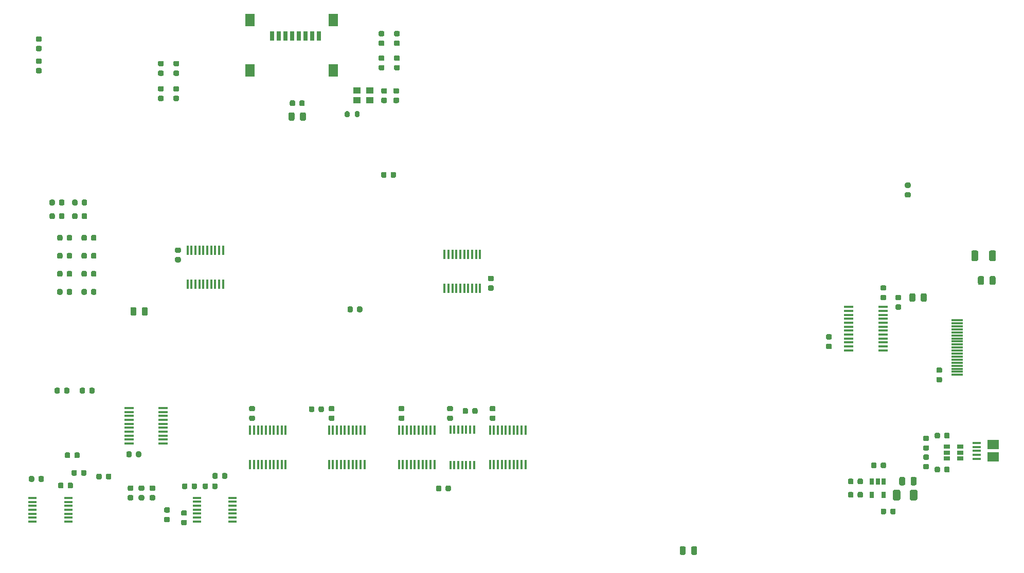
<source format=gbr>
G04 #@! TF.GenerationSoftware,KiCad,Pcbnew,5.1.9+dfsg1-1~bpo10+1*
G04 #@! TF.CreationDate,2023-03-18T11:52:40+01:00*
G04 #@! TF.ProjectId,nubus-to-ztex,6e756275-732d-4746-9f2d-7a7465782e6b,rev?*
G04 #@! TF.SameCoordinates,Original*
G04 #@! TF.FileFunction,Paste,Top*
G04 #@! TF.FilePolarity,Positive*
%FSLAX46Y46*%
G04 Gerber Fmt 4.6, Leading zero omitted, Abs format (unit mm)*
G04 Created by KiCad (PCBNEW 5.1.9+dfsg1-1~bpo10+1) date 2023-03-18 11:52:40*
%MOMM*%
%LPD*%
G01*
G04 APERTURE LIST*
%ADD10R,1.300000X1.100000*%
%ADD11R,1.550000X0.450000*%
%ADD12R,0.450000X1.550000*%
%ADD13R,0.800000X1.500000*%
%ADD14R,1.500000X2.050000*%
%ADD15R,0.450000X1.450000*%
%ADD16R,1.450000X0.450000*%
%ADD17R,1.570000X0.410000*%
%ADD18R,1.900000X1.500000*%
%ADD19R,1.350000X0.400000*%
%ADD20R,0.650000X1.060000*%
%ADD21R,1.060000X0.650000*%
%ADD22R,1.900000X0.300000*%
G04 APERTURE END LIST*
D10*
X169310000Y-21325000D03*
X167210000Y-21325000D03*
X167210000Y-19675000D03*
X169310000Y-19675000D03*
G36*
G01*
X118130000Y-38414584D02*
X118130000Y-37902084D01*
G75*
G02*
X118348750Y-37683334I218750J0D01*
G01*
X118786250Y-37683334D01*
G75*
G02*
X119005000Y-37902084I0J-218750D01*
G01*
X119005000Y-38414584D01*
G75*
G02*
X118786250Y-38633334I-218750J0D01*
G01*
X118348750Y-38633334D01*
G75*
G02*
X118130000Y-38414584I0J218750D01*
G01*
G37*
G36*
G01*
X116555000Y-38414584D02*
X116555000Y-37902084D01*
G75*
G02*
X116773750Y-37683334I218750J0D01*
G01*
X117211250Y-37683334D01*
G75*
G02*
X117430000Y-37902084I0J-218750D01*
G01*
X117430000Y-38414584D01*
G75*
G02*
X117211250Y-38633334I-218750J0D01*
G01*
X116773750Y-38633334D01*
G75*
G02*
X116555000Y-38414584I0J218750D01*
G01*
G37*
G36*
G01*
X118130000Y-40666250D02*
X118130000Y-40153750D01*
G75*
G02*
X118348750Y-39935000I218750J0D01*
G01*
X118786250Y-39935000D01*
G75*
G02*
X119005000Y-40153750I0J-218750D01*
G01*
X119005000Y-40666250D01*
G75*
G02*
X118786250Y-40885000I-218750J0D01*
G01*
X118348750Y-40885000D01*
G75*
G02*
X118130000Y-40666250I0J218750D01*
G01*
G37*
G36*
G01*
X116555000Y-40666250D02*
X116555000Y-40153750D01*
G75*
G02*
X116773750Y-39935000I218750J0D01*
G01*
X117211250Y-39935000D01*
G75*
G02*
X117430000Y-40153750I0J-218750D01*
G01*
X117430000Y-40666250D01*
G75*
G02*
X117211250Y-40885000I-218750J0D01*
G01*
X116773750Y-40885000D01*
G75*
G02*
X116555000Y-40666250I0J218750D01*
G01*
G37*
G36*
G01*
X122702634Y-43720792D02*
X122702634Y-44233292D01*
G75*
G02*
X122483884Y-44452042I-218750J0D01*
G01*
X122046384Y-44452042D01*
G75*
G02*
X121827634Y-44233292I0J218750D01*
G01*
X121827634Y-43720792D01*
G75*
G02*
X122046384Y-43502042I218750J0D01*
G01*
X122483884Y-43502042D01*
G75*
G02*
X122702634Y-43720792I0J-218750D01*
G01*
G37*
G36*
G01*
X124277634Y-43720792D02*
X124277634Y-44233292D01*
G75*
G02*
X124058884Y-44452042I-218750J0D01*
G01*
X123621384Y-44452042D01*
G75*
G02*
X123402634Y-44233292I0J218750D01*
G01*
X123402634Y-43720792D01*
G75*
G02*
X123621384Y-43502042I218750J0D01*
G01*
X124058884Y-43502042D01*
G75*
G02*
X124277634Y-43720792I0J-218750D01*
G01*
G37*
G36*
G01*
X122702634Y-46687458D02*
X122702634Y-47199958D01*
G75*
G02*
X122483884Y-47418708I-218750J0D01*
G01*
X122046384Y-47418708D01*
G75*
G02*
X121827634Y-47199958I0J218750D01*
G01*
X121827634Y-46687458D01*
G75*
G02*
X122046384Y-46468708I218750J0D01*
G01*
X122483884Y-46468708D01*
G75*
G02*
X122702634Y-46687458I0J-218750D01*
G01*
G37*
G36*
G01*
X124277634Y-46687458D02*
X124277634Y-47199958D01*
G75*
G02*
X124058884Y-47418708I-218750J0D01*
G01*
X123621384Y-47418708D01*
G75*
G02*
X123402634Y-47199958I0J218750D01*
G01*
X123402634Y-46687458D01*
G75*
G02*
X123621384Y-46468708I218750J0D01*
G01*
X124058884Y-46468708D01*
G75*
G02*
X124277634Y-46687458I0J-218750D01*
G01*
G37*
G36*
G01*
X122702634Y-49654124D02*
X122702634Y-50166624D01*
G75*
G02*
X122483884Y-50385374I-218750J0D01*
G01*
X122046384Y-50385374D01*
G75*
G02*
X121827634Y-50166624I0J218750D01*
G01*
X121827634Y-49654124D01*
G75*
G02*
X122046384Y-49435374I218750J0D01*
G01*
X122483884Y-49435374D01*
G75*
G02*
X122702634Y-49654124I0J-218750D01*
G01*
G37*
G36*
G01*
X124277634Y-49654124D02*
X124277634Y-50166624D01*
G75*
G02*
X124058884Y-50385374I-218750J0D01*
G01*
X123621384Y-50385374D01*
G75*
G02*
X123402634Y-50166624I0J218750D01*
G01*
X123402634Y-49654124D01*
G75*
G02*
X123621384Y-49435374I218750J0D01*
G01*
X124058884Y-49435374D01*
G75*
G02*
X124277634Y-49654124I0J-218750D01*
G01*
G37*
G36*
G01*
X122702634Y-52620792D02*
X122702634Y-53133292D01*
G75*
G02*
X122483884Y-53352042I-218750J0D01*
G01*
X122046384Y-53352042D01*
G75*
G02*
X121827634Y-53133292I0J218750D01*
G01*
X121827634Y-52620792D01*
G75*
G02*
X122046384Y-52402042I218750J0D01*
G01*
X122483884Y-52402042D01*
G75*
G02*
X122702634Y-52620792I0J-218750D01*
G01*
G37*
G36*
G01*
X124277634Y-52620792D02*
X124277634Y-53133292D01*
G75*
G02*
X124058884Y-53352042I-218750J0D01*
G01*
X123621384Y-53352042D01*
G75*
G02*
X123402634Y-53133292I0J218750D01*
G01*
X123402634Y-52620792D01*
G75*
G02*
X123621384Y-52402042I218750J0D01*
G01*
X124058884Y-52402042D01*
G75*
G02*
X124277634Y-52620792I0J-218750D01*
G01*
G37*
G36*
G01*
X170947939Y-11481035D02*
X171460439Y-11481035D01*
G75*
G02*
X171679189Y-11699785I0J-218750D01*
G01*
X171679189Y-12137285D01*
G75*
G02*
X171460439Y-12356035I-218750J0D01*
G01*
X170947939Y-12356035D01*
G75*
G02*
X170729189Y-12137285I0J218750D01*
G01*
X170729189Y-11699785D01*
G75*
G02*
X170947939Y-11481035I218750J0D01*
G01*
G37*
G36*
G01*
X170947939Y-9906035D02*
X171460439Y-9906035D01*
G75*
G02*
X171679189Y-10124785I0J-218750D01*
G01*
X171679189Y-10562285D01*
G75*
G02*
X171460439Y-10781035I-218750J0D01*
G01*
X170947939Y-10781035D01*
G75*
G02*
X170729189Y-10562285I0J218750D01*
G01*
X170729189Y-10124785D01*
G75*
G02*
X170947939Y-9906035I218750J0D01*
G01*
G37*
G36*
G01*
X173487939Y-11481035D02*
X174000439Y-11481035D01*
G75*
G02*
X174219189Y-11699785I0J-218750D01*
G01*
X174219189Y-12137285D01*
G75*
G02*
X174000439Y-12356035I-218750J0D01*
G01*
X173487939Y-12356035D01*
G75*
G02*
X173269189Y-12137285I0J218750D01*
G01*
X173269189Y-11699785D01*
G75*
G02*
X173487939Y-11481035I218750J0D01*
G01*
G37*
G36*
G01*
X173487939Y-9906035D02*
X174000439Y-9906035D01*
G75*
G02*
X174219189Y-10124785I0J-218750D01*
G01*
X174219189Y-10562285D01*
G75*
G02*
X174000439Y-10781035I-218750J0D01*
G01*
X173487939Y-10781035D01*
G75*
G02*
X173269189Y-10562285I0J218750D01*
G01*
X173269189Y-10124785D01*
G75*
G02*
X173487939Y-9906035I218750J0D01*
G01*
G37*
G36*
G01*
X122410000Y-68893750D02*
X122410000Y-69406250D01*
G75*
G02*
X122191250Y-69625000I-218750J0D01*
G01*
X121753750Y-69625000D01*
G75*
G02*
X121535000Y-69406250I0J218750D01*
G01*
X121535000Y-68893750D01*
G75*
G02*
X121753750Y-68675000I218750J0D01*
G01*
X122191250Y-68675000D01*
G75*
G02*
X122410000Y-68893750I0J-218750D01*
G01*
G37*
G36*
G01*
X123985000Y-68893750D02*
X123985000Y-69406250D01*
G75*
G02*
X123766250Y-69625000I-218750J0D01*
G01*
X123328750Y-69625000D01*
G75*
G02*
X123110000Y-69406250I0J218750D01*
G01*
X123110000Y-68893750D01*
G75*
G02*
X123328750Y-68675000I218750J0D01*
G01*
X123766250Y-68675000D01*
G75*
G02*
X123985000Y-68893750I0J-218750D01*
G01*
G37*
G36*
G01*
X137666250Y-19860293D02*
X137153750Y-19860293D01*
G75*
G02*
X136935000Y-19641543I0J218750D01*
G01*
X136935000Y-19204043D01*
G75*
G02*
X137153750Y-18985293I218750J0D01*
G01*
X137666250Y-18985293D01*
G75*
G02*
X137885000Y-19204043I0J-218750D01*
G01*
X137885000Y-19641543D01*
G75*
G02*
X137666250Y-19860293I-218750J0D01*
G01*
G37*
G36*
G01*
X137666250Y-21435293D02*
X137153750Y-21435293D01*
G75*
G02*
X136935000Y-21216543I0J218750D01*
G01*
X136935000Y-20779043D01*
G75*
G02*
X137153750Y-20560293I218750J0D01*
G01*
X137666250Y-20560293D01*
G75*
G02*
X137885000Y-20779043I0J-218750D01*
G01*
X137885000Y-21216543D01*
G75*
G02*
X137666250Y-21435293I-218750J0D01*
G01*
G37*
G36*
G01*
X135136250Y-19860293D02*
X134623750Y-19860293D01*
G75*
G02*
X134405000Y-19641543I0J218750D01*
G01*
X134405000Y-19204043D01*
G75*
G02*
X134623750Y-18985293I218750J0D01*
G01*
X135136250Y-18985293D01*
G75*
G02*
X135355000Y-19204043I0J-218750D01*
G01*
X135355000Y-19641543D01*
G75*
G02*
X135136250Y-19860293I-218750J0D01*
G01*
G37*
G36*
G01*
X135136250Y-21435293D02*
X134623750Y-21435293D01*
G75*
G02*
X134405000Y-21216543I0J218750D01*
G01*
X134405000Y-20779043D01*
G75*
G02*
X134623750Y-20560293I218750J0D01*
G01*
X135136250Y-20560293D01*
G75*
G02*
X135355000Y-20779043I0J-218750D01*
G01*
X135355000Y-21216543D01*
G75*
G02*
X135136250Y-21435293I-218750J0D01*
G01*
G37*
G36*
G01*
X115056250Y-15300000D02*
X114543750Y-15300000D01*
G75*
G02*
X114325000Y-15081250I0J218750D01*
G01*
X114325000Y-14643750D01*
G75*
G02*
X114543750Y-14425000I218750J0D01*
G01*
X115056250Y-14425000D01*
G75*
G02*
X115275000Y-14643750I0J-218750D01*
G01*
X115275000Y-15081250D01*
G75*
G02*
X115056250Y-15300000I-218750J0D01*
G01*
G37*
G36*
G01*
X115056250Y-16875000D02*
X114543750Y-16875000D01*
G75*
G02*
X114325000Y-16656250I0J218750D01*
G01*
X114325000Y-16218750D01*
G75*
G02*
X114543750Y-16000000I218750J0D01*
G01*
X115056250Y-16000000D01*
G75*
G02*
X115275000Y-16218750I0J-218750D01*
G01*
X115275000Y-16656250D01*
G75*
G02*
X115056250Y-16875000I-218750J0D01*
G01*
G37*
G36*
G01*
X269437500Y-46304998D02*
X269437500Y-47555002D01*
G75*
G02*
X269187502Y-47805000I-249998J0D01*
G01*
X268562498Y-47805000D01*
G75*
G02*
X268312500Y-47555002I0J249998D01*
G01*
X268312500Y-46304998D01*
G75*
G02*
X268562498Y-46055000I249998J0D01*
G01*
X269187502Y-46055000D01*
G75*
G02*
X269437500Y-46304998I0J-249998D01*
G01*
G37*
G36*
G01*
X272362500Y-46304998D02*
X272362500Y-47555002D01*
G75*
G02*
X272112502Y-47805000I-249998J0D01*
G01*
X271487498Y-47805000D01*
G75*
G02*
X271237500Y-47555002I0J249998D01*
G01*
X271237500Y-46304998D01*
G75*
G02*
X271487498Y-46055000I249998J0D01*
G01*
X272112502Y-46055000D01*
G75*
G02*
X272362500Y-46304998I0J-249998D01*
G01*
G37*
G36*
G01*
X166810000Y-23875000D02*
X166810000Y-23325000D01*
G75*
G02*
X167010000Y-23125000I200000J0D01*
G01*
X167410000Y-23125000D01*
G75*
G02*
X167610000Y-23325000I0J-200000D01*
G01*
X167610000Y-23875000D01*
G75*
G02*
X167410000Y-24075000I-200000J0D01*
G01*
X167010000Y-24075000D01*
G75*
G02*
X166810000Y-23875000I0J200000D01*
G01*
G37*
G36*
G01*
X165160000Y-23875000D02*
X165160000Y-23325000D01*
G75*
G02*
X165360000Y-23125000I200000J0D01*
G01*
X165760000Y-23125000D01*
G75*
G02*
X165960000Y-23325000I0J-200000D01*
G01*
X165960000Y-23875000D01*
G75*
G02*
X165760000Y-24075000I-200000J0D01*
G01*
X165360000Y-24075000D01*
G75*
G02*
X165160000Y-23875000I0J200000D01*
G01*
G37*
G36*
G01*
X171885000Y-20225000D02*
X171385000Y-20225000D01*
G75*
G02*
X171160000Y-20000000I0J225000D01*
G01*
X171160000Y-19550000D01*
G75*
G02*
X171385000Y-19325000I225000J0D01*
G01*
X171885000Y-19325000D01*
G75*
G02*
X172110000Y-19550000I0J-225000D01*
G01*
X172110000Y-20000000D01*
G75*
G02*
X171885000Y-20225000I-225000J0D01*
G01*
G37*
G36*
G01*
X171885000Y-21775000D02*
X171385000Y-21775000D01*
G75*
G02*
X171160000Y-21550000I0J225000D01*
G01*
X171160000Y-21100000D01*
G75*
G02*
X171385000Y-20875000I225000J0D01*
G01*
X171885000Y-20875000D01*
G75*
G02*
X172110000Y-21100000I0J-225000D01*
G01*
X172110000Y-21550000D01*
G75*
G02*
X171885000Y-21775000I-225000J0D01*
G01*
G37*
G36*
G01*
X173885000Y-20225000D02*
X173385000Y-20225000D01*
G75*
G02*
X173160000Y-20000000I0J225000D01*
G01*
X173160000Y-19550000D01*
G75*
G02*
X173385000Y-19325000I225000J0D01*
G01*
X173885000Y-19325000D01*
G75*
G02*
X174110000Y-19550000I0J-225000D01*
G01*
X174110000Y-20000000D01*
G75*
G02*
X173885000Y-20225000I-225000J0D01*
G01*
G37*
G36*
G01*
X173885000Y-21775000D02*
X173385000Y-21775000D01*
G75*
G02*
X173160000Y-21550000I0J225000D01*
G01*
X173160000Y-21100000D01*
G75*
G02*
X173385000Y-20875000I225000J0D01*
G01*
X173885000Y-20875000D01*
G75*
G02*
X174110000Y-21100000I0J-225000D01*
G01*
X174110000Y-21550000D01*
G75*
G02*
X173885000Y-21775000I-225000J0D01*
G01*
G37*
G36*
G01*
X270400000Y-50525000D02*
X270400000Y-51475000D01*
G75*
G02*
X270150000Y-51725000I-250000J0D01*
G01*
X269650000Y-51725000D01*
G75*
G02*
X269400000Y-51475000I0J250000D01*
G01*
X269400000Y-50525000D01*
G75*
G02*
X269650000Y-50275000I250000J0D01*
G01*
X270150000Y-50275000D01*
G75*
G02*
X270400000Y-50525000I0J-250000D01*
G01*
G37*
G36*
G01*
X272300000Y-50525000D02*
X272300000Y-51475000D01*
G75*
G02*
X272050000Y-51725000I-250000J0D01*
G01*
X271550000Y-51725000D01*
G75*
G02*
X271300000Y-51475000I0J250000D01*
G01*
X271300000Y-50525000D01*
G75*
G02*
X271550000Y-50275000I250000J0D01*
G01*
X272050000Y-50275000D01*
G75*
G02*
X272300000Y-50525000I0J-250000D01*
G01*
G37*
G36*
G01*
X129215000Y-79896250D02*
X129215000Y-79383750D01*
G75*
G02*
X129433750Y-79165000I218750J0D01*
G01*
X129871250Y-79165000D01*
G75*
G02*
X130090000Y-79383750I0J-218750D01*
G01*
X130090000Y-79896250D01*
G75*
G02*
X129871250Y-80115000I-218750J0D01*
G01*
X129433750Y-80115000D01*
G75*
G02*
X129215000Y-79896250I0J218750D01*
G01*
G37*
G36*
G01*
X130790000Y-79896250D02*
X130790000Y-79383750D01*
G75*
G02*
X131008750Y-79165000I218750J0D01*
G01*
X131446250Y-79165000D01*
G75*
G02*
X131665000Y-79383750I0J-218750D01*
G01*
X131665000Y-79896250D01*
G75*
G02*
X131446250Y-80115000I-218750J0D01*
G01*
X131008750Y-80115000D01*
G75*
G02*
X130790000Y-79896250I0J218750D01*
G01*
G37*
D11*
X135250000Y-77865000D03*
X135250000Y-77215000D03*
X135250000Y-76565000D03*
X135250000Y-75915000D03*
X135250000Y-75265000D03*
X135250000Y-74615000D03*
X135250000Y-73965000D03*
X135250000Y-73315000D03*
X135250000Y-72665000D03*
X135250000Y-72015000D03*
X129650000Y-72015000D03*
X129650000Y-72665000D03*
X129650000Y-73315000D03*
X129650000Y-73965000D03*
X129650000Y-74615000D03*
X129650000Y-75265000D03*
X129650000Y-75915000D03*
X129650000Y-76565000D03*
X129650000Y-77215000D03*
X129650000Y-77865000D03*
G36*
G01*
X189467621Y-52687953D02*
X188955121Y-52687953D01*
G75*
G02*
X188736371Y-52469203I0J218750D01*
G01*
X188736371Y-52031703D01*
G75*
G02*
X188955121Y-51812953I218750J0D01*
G01*
X189467621Y-51812953D01*
G75*
G02*
X189686371Y-52031703I0J-218750D01*
G01*
X189686371Y-52469203D01*
G75*
G02*
X189467621Y-52687953I-218750J0D01*
G01*
G37*
G36*
G01*
X189467621Y-51112953D02*
X188955121Y-51112953D01*
G75*
G02*
X188736371Y-50894203I0J218750D01*
G01*
X188736371Y-50456703D01*
G75*
G02*
X188955121Y-50237953I218750J0D01*
G01*
X189467621Y-50237953D01*
G75*
G02*
X189686371Y-50456703I0J-218750D01*
G01*
X189686371Y-50894203D01*
G75*
G02*
X189467621Y-51112953I-218750J0D01*
G01*
G37*
D12*
X187436371Y-46662953D03*
X186786371Y-46662953D03*
X186136371Y-46662953D03*
X185486371Y-46662953D03*
X184836371Y-46662953D03*
X184186371Y-46662953D03*
X183536371Y-46662953D03*
X182886371Y-46662953D03*
X182236371Y-46662953D03*
X181586371Y-46662953D03*
X181586371Y-52262953D03*
X182236371Y-52262953D03*
X182886371Y-52262953D03*
X183536371Y-52262953D03*
X184186371Y-52262953D03*
X184836371Y-52262953D03*
X185486371Y-52262953D03*
X186136371Y-52262953D03*
X186786371Y-52262953D03*
X187436371Y-52262953D03*
G36*
G01*
X258106250Y-37327500D02*
X257593750Y-37327500D01*
G75*
G02*
X257375000Y-37108750I0J218750D01*
G01*
X257375000Y-36671250D01*
G75*
G02*
X257593750Y-36452500I218750J0D01*
G01*
X258106250Y-36452500D01*
G75*
G02*
X258325000Y-36671250I0J-218750D01*
G01*
X258325000Y-37108750D01*
G75*
G02*
X258106250Y-37327500I-218750J0D01*
G01*
G37*
G36*
G01*
X258106250Y-35752500D02*
X257593750Y-35752500D01*
G75*
G02*
X257375000Y-35533750I0J218750D01*
G01*
X257375000Y-35096250D01*
G75*
G02*
X257593750Y-34877500I218750J0D01*
G01*
X258106250Y-34877500D01*
G75*
G02*
X258325000Y-35096250I0J-218750D01*
G01*
X258325000Y-35533750D01*
G75*
G02*
X258106250Y-35752500I-218750J0D01*
G01*
G37*
G36*
G01*
X134623750Y-14835293D02*
X135136250Y-14835293D01*
G75*
G02*
X135355000Y-15054043I0J-218750D01*
G01*
X135355000Y-15491543D01*
G75*
G02*
X135136250Y-15710293I-218750J0D01*
G01*
X134623750Y-15710293D01*
G75*
G02*
X134405000Y-15491543I0J218750D01*
G01*
X134405000Y-15054043D01*
G75*
G02*
X134623750Y-14835293I218750J0D01*
G01*
G37*
G36*
G01*
X134623750Y-16410293D02*
X135136250Y-16410293D01*
G75*
G02*
X135355000Y-16629043I0J-218750D01*
G01*
X135355000Y-17066543D01*
G75*
G02*
X135136250Y-17285293I-218750J0D01*
G01*
X134623750Y-17285293D01*
G75*
G02*
X134405000Y-17066543I0J218750D01*
G01*
X134405000Y-16629043D01*
G75*
G02*
X134623750Y-16410293I218750J0D01*
G01*
G37*
G36*
G01*
X137163750Y-16410293D02*
X137676250Y-16410293D01*
G75*
G02*
X137895000Y-16629043I0J-218750D01*
G01*
X137895000Y-17066543D01*
G75*
G02*
X137676250Y-17285293I-218750J0D01*
G01*
X137163750Y-17285293D01*
G75*
G02*
X136945000Y-17066543I0J218750D01*
G01*
X136945000Y-16629043D01*
G75*
G02*
X137163750Y-16410293I218750J0D01*
G01*
G37*
G36*
G01*
X137163750Y-14835293D02*
X137676250Y-14835293D01*
G75*
G02*
X137895000Y-15054043I0J-218750D01*
G01*
X137895000Y-15491543D01*
G75*
G02*
X137676250Y-15710293I-218750J0D01*
G01*
X137163750Y-15710293D01*
G75*
G02*
X136945000Y-15491543I0J218750D01*
G01*
X136945000Y-15054043D01*
G75*
G02*
X137163750Y-14835293I218750J0D01*
G01*
G37*
G36*
G01*
X117385000Y-69406250D02*
X117385000Y-68893750D01*
G75*
G02*
X117603750Y-68675000I218750J0D01*
G01*
X118041250Y-68675000D01*
G75*
G02*
X118260000Y-68893750I0J-218750D01*
G01*
X118260000Y-69406250D01*
G75*
G02*
X118041250Y-69625000I-218750J0D01*
G01*
X117603750Y-69625000D01*
G75*
G02*
X117385000Y-69406250I0J218750D01*
G01*
G37*
G36*
G01*
X118960000Y-69406250D02*
X118960000Y-68893750D01*
G75*
G02*
X119178750Y-68675000I218750J0D01*
G01*
X119616250Y-68675000D01*
G75*
G02*
X119835000Y-68893750I0J-218750D01*
G01*
X119835000Y-69406250D01*
G75*
G02*
X119616250Y-69625000I-218750J0D01*
G01*
X119178750Y-69625000D01*
G75*
G02*
X118960000Y-69406250I0J218750D01*
G01*
G37*
G36*
G01*
X174000439Y-14811035D02*
X173487939Y-14811035D01*
G75*
G02*
X173269189Y-14592285I0J218750D01*
G01*
X173269189Y-14154785D01*
G75*
G02*
X173487939Y-13936035I218750J0D01*
G01*
X174000439Y-13936035D01*
G75*
G02*
X174219189Y-14154785I0J-218750D01*
G01*
X174219189Y-14592285D01*
G75*
G02*
X174000439Y-14811035I-218750J0D01*
G01*
G37*
G36*
G01*
X174000439Y-16386035D02*
X173487939Y-16386035D01*
G75*
G02*
X173269189Y-16167285I0J218750D01*
G01*
X173269189Y-15729785D01*
G75*
G02*
X173487939Y-15511035I218750J0D01*
G01*
X174000439Y-15511035D01*
G75*
G02*
X174219189Y-15729785I0J-218750D01*
G01*
X174219189Y-16167285D01*
G75*
G02*
X174000439Y-16386035I-218750J0D01*
G01*
G37*
G36*
G01*
X171460439Y-16386035D02*
X170947939Y-16386035D01*
G75*
G02*
X170729189Y-16167285I0J218750D01*
G01*
X170729189Y-15729785D01*
G75*
G02*
X170947939Y-15511035I218750J0D01*
G01*
X171460439Y-15511035D01*
G75*
G02*
X171679189Y-15729785I0J-218750D01*
G01*
X171679189Y-16167285D01*
G75*
G02*
X171460439Y-16386035I-218750J0D01*
G01*
G37*
G36*
G01*
X171460439Y-14811035D02*
X170947939Y-14811035D01*
G75*
G02*
X170729189Y-14592285I0J218750D01*
G01*
X170729189Y-14154785D01*
G75*
G02*
X170947939Y-13936035I218750J0D01*
G01*
X171460439Y-13936035D01*
G75*
G02*
X171679189Y-14154785I0J-218750D01*
G01*
X171679189Y-14592285D01*
G75*
G02*
X171460439Y-14811035I-218750J0D01*
G01*
G37*
X139275000Y-51600000D03*
X139925000Y-51600000D03*
X140575000Y-51600000D03*
X141225000Y-51600000D03*
X141875000Y-51600000D03*
X142525000Y-51600000D03*
X143175000Y-51600000D03*
X143825000Y-51600000D03*
X144475000Y-51600000D03*
X145125000Y-51600000D03*
X145125000Y-46000000D03*
X144475000Y-46000000D03*
X143825000Y-46000000D03*
X143175000Y-46000000D03*
X142525000Y-46000000D03*
X141875000Y-46000000D03*
X141225000Y-46000000D03*
X140575000Y-46000000D03*
X139925000Y-46000000D03*
X139275000Y-46000000D03*
G36*
G01*
X156115000Y-22056250D02*
X156115000Y-21543750D01*
G75*
G02*
X156333750Y-21325000I218750J0D01*
G01*
X156771250Y-21325000D01*
G75*
G02*
X156990000Y-21543750I0J-218750D01*
G01*
X156990000Y-22056250D01*
G75*
G02*
X156771250Y-22275000I-218750J0D01*
G01*
X156333750Y-22275000D01*
G75*
G02*
X156115000Y-22056250I0J218750D01*
G01*
G37*
G36*
G01*
X157690000Y-22056250D02*
X157690000Y-21543750D01*
G75*
G02*
X157908750Y-21325000I218750J0D01*
G01*
X158346250Y-21325000D01*
G75*
G02*
X158565000Y-21543750I0J-218750D01*
G01*
X158565000Y-22056250D01*
G75*
G02*
X158346250Y-22275000I-218750J0D01*
G01*
X157908750Y-22275000D01*
G75*
G02*
X157690000Y-22056250I0J218750D01*
G01*
G37*
G36*
G01*
X155915000Y-24456250D02*
X155915000Y-23543750D01*
G75*
G02*
X156158750Y-23300000I243750J0D01*
G01*
X156646250Y-23300000D01*
G75*
G02*
X156890000Y-23543750I0J-243750D01*
G01*
X156890000Y-24456250D01*
G75*
G02*
X156646250Y-24700000I-243750J0D01*
G01*
X156158750Y-24700000D01*
G75*
G02*
X155915000Y-24456250I0J243750D01*
G01*
G37*
G36*
G01*
X157790000Y-24456250D02*
X157790000Y-23543750D01*
G75*
G02*
X158033750Y-23300000I243750J0D01*
G01*
X158521250Y-23300000D01*
G75*
G02*
X158765000Y-23543750I0J-243750D01*
G01*
X158765000Y-24456250D01*
G75*
G02*
X158521250Y-24700000I-243750J0D01*
G01*
X158033750Y-24700000D01*
G75*
G02*
X157790000Y-24456250I0J243750D01*
G01*
G37*
D13*
X153230000Y-10680000D03*
X154330000Y-10680000D03*
X155430000Y-10680000D03*
X156530000Y-10680000D03*
X157630000Y-10680000D03*
X158730000Y-10680000D03*
X159830000Y-10680000D03*
X160930000Y-10680000D03*
D14*
X149555000Y-8080000D03*
X149555000Y-16380000D03*
X163305000Y-16380000D03*
X163305000Y-8080000D03*
G36*
G01*
X137443750Y-45575000D02*
X137956250Y-45575000D01*
G75*
G02*
X138175000Y-45793750I0J-218750D01*
G01*
X138175000Y-46231250D01*
G75*
G02*
X137956250Y-46450000I-218750J0D01*
G01*
X137443750Y-46450000D01*
G75*
G02*
X137225000Y-46231250I0J218750D01*
G01*
X137225000Y-45793750D01*
G75*
G02*
X137443750Y-45575000I218750J0D01*
G01*
G37*
G36*
G01*
X137443750Y-47150000D02*
X137956250Y-47150000D01*
G75*
G02*
X138175000Y-47368750I0J-218750D01*
G01*
X138175000Y-47806250D01*
G75*
G02*
X137956250Y-48025000I-218750J0D01*
G01*
X137443750Y-48025000D01*
G75*
G02*
X137225000Y-47806250I0J218750D01*
G01*
X137225000Y-47368750D01*
G75*
G02*
X137443750Y-47150000I218750J0D01*
G01*
G37*
G36*
G01*
X114050000Y-83443750D02*
X114050000Y-83956250D01*
G75*
G02*
X113831250Y-84175000I-218750J0D01*
G01*
X113393750Y-84175000D01*
G75*
G02*
X113175000Y-83956250I0J218750D01*
G01*
X113175000Y-83443750D01*
G75*
G02*
X113393750Y-83225000I218750J0D01*
G01*
X113831250Y-83225000D01*
G75*
G02*
X114050000Y-83443750I0J-218750D01*
G01*
G37*
G36*
G01*
X115625000Y-83443750D02*
X115625000Y-83956250D01*
G75*
G02*
X115406250Y-84175000I-218750J0D01*
G01*
X114968750Y-84175000D01*
G75*
G02*
X114750000Y-83956250I0J218750D01*
G01*
X114750000Y-83443750D01*
G75*
G02*
X114968750Y-83225000I218750J0D01*
G01*
X115406250Y-83225000D01*
G75*
G02*
X115625000Y-83443750I0J-218750D01*
G01*
G37*
G36*
G01*
X119075000Y-80056250D02*
X119075000Y-79543750D01*
G75*
G02*
X119293750Y-79325000I218750J0D01*
G01*
X119731250Y-79325000D01*
G75*
G02*
X119950000Y-79543750I0J-218750D01*
G01*
X119950000Y-80056250D01*
G75*
G02*
X119731250Y-80275000I-218750J0D01*
G01*
X119293750Y-80275000D01*
G75*
G02*
X119075000Y-80056250I0J218750D01*
G01*
G37*
G36*
G01*
X120650000Y-80056250D02*
X120650000Y-79543750D01*
G75*
G02*
X120868750Y-79325000I218750J0D01*
G01*
X121306250Y-79325000D01*
G75*
G02*
X121525000Y-79543750I0J-218750D01*
G01*
X121525000Y-80056250D01*
G75*
G02*
X121306250Y-80275000I-218750J0D01*
G01*
X120868750Y-80275000D01*
G75*
G02*
X120650000Y-80056250I0J218750D01*
G01*
G37*
G36*
G01*
X125150000Y-83043750D02*
X125150000Y-83556250D01*
G75*
G02*
X124931250Y-83775000I-218750J0D01*
G01*
X124493750Y-83775000D01*
G75*
G02*
X124275000Y-83556250I0J218750D01*
G01*
X124275000Y-83043750D01*
G75*
G02*
X124493750Y-82825000I218750J0D01*
G01*
X124931250Y-82825000D01*
G75*
G02*
X125150000Y-83043750I0J-218750D01*
G01*
G37*
G36*
G01*
X126725000Y-83043750D02*
X126725000Y-83556250D01*
G75*
G02*
X126506250Y-83775000I-218750J0D01*
G01*
X126068750Y-83775000D01*
G75*
G02*
X125850000Y-83556250I0J218750D01*
G01*
X125850000Y-83043750D01*
G75*
G02*
X126068750Y-82825000I218750J0D01*
G01*
X126506250Y-82825000D01*
G75*
G02*
X126725000Y-83043750I0J-218750D01*
G01*
G37*
G36*
G01*
X120175000Y-82956250D02*
X120175000Y-82443750D01*
G75*
G02*
X120393750Y-82225000I218750J0D01*
G01*
X120831250Y-82225000D01*
G75*
G02*
X121050000Y-82443750I0J-218750D01*
G01*
X121050000Y-82956250D01*
G75*
G02*
X120831250Y-83175000I-218750J0D01*
G01*
X120393750Y-83175000D01*
G75*
G02*
X120175000Y-82956250I0J218750D01*
G01*
G37*
G36*
G01*
X121750000Y-82956250D02*
X121750000Y-82443750D01*
G75*
G02*
X121968750Y-82225000I218750J0D01*
G01*
X122406250Y-82225000D01*
G75*
G02*
X122625000Y-82443750I0J-218750D01*
G01*
X122625000Y-82956250D01*
G75*
G02*
X122406250Y-83175000I-218750J0D01*
G01*
X121968750Y-83175000D01*
G75*
G02*
X121750000Y-82956250I0J218750D01*
G01*
G37*
G36*
G01*
X181762661Y-85511747D02*
X181762661Y-84999247D01*
G75*
G02*
X181981411Y-84780497I218750J0D01*
G01*
X182418911Y-84780497D01*
G75*
G02*
X182637661Y-84999247I0J-218750D01*
G01*
X182637661Y-85511747D01*
G75*
G02*
X182418911Y-85730497I-218750J0D01*
G01*
X181981411Y-85730497D01*
G75*
G02*
X181762661Y-85511747I0J218750D01*
G01*
G37*
G36*
G01*
X180187661Y-85511747D02*
X180187661Y-84999247D01*
G75*
G02*
X180406411Y-84780497I218750J0D01*
G01*
X180843911Y-84780497D01*
G75*
G02*
X181062661Y-84999247I0J-218750D01*
G01*
X181062661Y-85511747D01*
G75*
G02*
X180843911Y-85730497I-218750J0D01*
G01*
X180406411Y-85730497D01*
G75*
G02*
X180187661Y-85511747I0J218750D01*
G01*
G37*
G36*
G01*
X187025000Y-72243750D02*
X187025000Y-72756250D01*
G75*
G02*
X186806250Y-72975000I-218750J0D01*
G01*
X186368750Y-72975000D01*
G75*
G02*
X186150000Y-72756250I0J218750D01*
G01*
X186150000Y-72243750D01*
G75*
G02*
X186368750Y-72025000I218750J0D01*
G01*
X186806250Y-72025000D01*
G75*
G02*
X187025000Y-72243750I0J-218750D01*
G01*
G37*
G36*
G01*
X185450000Y-72243750D02*
X185450000Y-72756250D01*
G75*
G02*
X185231250Y-72975000I-218750J0D01*
G01*
X184793750Y-72975000D01*
G75*
G02*
X184575000Y-72756250I0J218750D01*
G01*
X184575000Y-72243750D01*
G75*
G02*
X184793750Y-72025000I218750J0D01*
G01*
X185231250Y-72025000D01*
G75*
G02*
X185450000Y-72243750I0J-218750D01*
G01*
G37*
G36*
G01*
X142650000Y-84643750D02*
X142650000Y-85156250D01*
G75*
G02*
X142431250Y-85375000I-218750J0D01*
G01*
X141993750Y-85375000D01*
G75*
G02*
X141775000Y-85156250I0J218750D01*
G01*
X141775000Y-84643750D01*
G75*
G02*
X141993750Y-84425000I218750J0D01*
G01*
X142431250Y-84425000D01*
G75*
G02*
X142650000Y-84643750I0J-218750D01*
G01*
G37*
G36*
G01*
X144225000Y-84643750D02*
X144225000Y-85156250D01*
G75*
G02*
X144006250Y-85375000I-218750J0D01*
G01*
X143568750Y-85375000D01*
G75*
G02*
X143350000Y-85156250I0J218750D01*
G01*
X143350000Y-84643750D01*
G75*
G02*
X143568750Y-84425000I218750J0D01*
G01*
X144006250Y-84425000D01*
G75*
G02*
X144225000Y-84643750I0J-218750D01*
G01*
G37*
G36*
G01*
X143375000Y-83456250D02*
X143375000Y-82943750D01*
G75*
G02*
X143593750Y-82725000I218750J0D01*
G01*
X144031250Y-82725000D01*
G75*
G02*
X144250000Y-82943750I0J-218750D01*
G01*
X144250000Y-83456250D01*
G75*
G02*
X144031250Y-83675000I-218750J0D01*
G01*
X143593750Y-83675000D01*
G75*
G02*
X143375000Y-83456250I0J218750D01*
G01*
G37*
G36*
G01*
X144950000Y-83456250D02*
X144950000Y-82943750D01*
G75*
G02*
X145168750Y-82725000I218750J0D01*
G01*
X145606250Y-82725000D01*
G75*
G02*
X145825000Y-82943750I0J-218750D01*
G01*
X145825000Y-83456250D01*
G75*
G02*
X145606250Y-83675000I-218750J0D01*
G01*
X145168750Y-83675000D01*
G75*
G02*
X144950000Y-83456250I0J218750D01*
G01*
G37*
G36*
G01*
X136156250Y-89250000D02*
X135643750Y-89250000D01*
G75*
G02*
X135425000Y-89031250I0J218750D01*
G01*
X135425000Y-88593750D01*
G75*
G02*
X135643750Y-88375000I218750J0D01*
G01*
X136156250Y-88375000D01*
G75*
G02*
X136375000Y-88593750I0J-218750D01*
G01*
X136375000Y-89031250D01*
G75*
G02*
X136156250Y-89250000I-218750J0D01*
G01*
G37*
G36*
G01*
X136156250Y-90825000D02*
X135643750Y-90825000D01*
G75*
G02*
X135425000Y-90606250I0J218750D01*
G01*
X135425000Y-90168750D01*
G75*
G02*
X135643750Y-89950000I218750J0D01*
G01*
X136156250Y-89950000D01*
G75*
G02*
X136375000Y-90168750I0J-218750D01*
G01*
X136375000Y-90606250D01*
G75*
G02*
X136156250Y-90825000I-218750J0D01*
G01*
G37*
G36*
G01*
X140825000Y-84643750D02*
X140825000Y-85156250D01*
G75*
G02*
X140606250Y-85375000I-218750J0D01*
G01*
X140168750Y-85375000D01*
G75*
G02*
X139950000Y-85156250I0J218750D01*
G01*
X139950000Y-84643750D01*
G75*
G02*
X140168750Y-84425000I218750J0D01*
G01*
X140606250Y-84425000D01*
G75*
G02*
X140825000Y-84643750I0J-218750D01*
G01*
G37*
G36*
G01*
X139250000Y-84643750D02*
X139250000Y-85156250D01*
G75*
G02*
X139031250Y-85375000I-218750J0D01*
G01*
X138593750Y-85375000D01*
G75*
G02*
X138375000Y-85156250I0J218750D01*
G01*
X138375000Y-84643750D01*
G75*
G02*
X138593750Y-84425000I218750J0D01*
G01*
X139031250Y-84425000D01*
G75*
G02*
X139250000Y-84643750I0J-218750D01*
G01*
G37*
G36*
G01*
X129875000Y-56556250D02*
X129875000Y-55643750D01*
G75*
G02*
X130118750Y-55400000I243750J0D01*
G01*
X130606250Y-55400000D01*
G75*
G02*
X130850000Y-55643750I0J-243750D01*
G01*
X130850000Y-56556250D01*
G75*
G02*
X130606250Y-56800000I-243750J0D01*
G01*
X130118750Y-56800000D01*
G75*
G02*
X129875000Y-56556250I0J243750D01*
G01*
G37*
G36*
G01*
X131750000Y-56556250D02*
X131750000Y-55643750D01*
G75*
G02*
X131993750Y-55400000I243750J0D01*
G01*
X132481250Y-55400000D01*
G75*
G02*
X132725000Y-55643750I0J-243750D01*
G01*
X132725000Y-56556250D01*
G75*
G02*
X132481250Y-56800000I-243750J0D01*
G01*
X131993750Y-56800000D01*
G75*
G02*
X131750000Y-56556250I0J243750D01*
G01*
G37*
G36*
G01*
X114543750Y-10775000D02*
X115056250Y-10775000D01*
G75*
G02*
X115275000Y-10993750I0J-218750D01*
G01*
X115275000Y-11431250D01*
G75*
G02*
X115056250Y-11650000I-218750J0D01*
G01*
X114543750Y-11650000D01*
G75*
G02*
X114325000Y-11431250I0J218750D01*
G01*
X114325000Y-10993750D01*
G75*
G02*
X114543750Y-10775000I218750J0D01*
G01*
G37*
G36*
G01*
X114543750Y-12350000D02*
X115056250Y-12350000D01*
G75*
G02*
X115275000Y-12568750I0J-218750D01*
G01*
X115275000Y-13006250D01*
G75*
G02*
X115056250Y-13225000I-218750J0D01*
G01*
X114543750Y-13225000D01*
G75*
G02*
X114325000Y-13006250I0J218750D01*
G01*
X114325000Y-12568750D01*
G75*
G02*
X114543750Y-12350000I218750J0D01*
G01*
G37*
G36*
G01*
X182756250Y-74125000D02*
X182243750Y-74125000D01*
G75*
G02*
X182025000Y-73906250I0J218750D01*
G01*
X182025000Y-73468750D01*
G75*
G02*
X182243750Y-73250000I218750J0D01*
G01*
X182756250Y-73250000D01*
G75*
G02*
X182975000Y-73468750I0J-218750D01*
G01*
X182975000Y-73906250D01*
G75*
G02*
X182756250Y-74125000I-218750J0D01*
G01*
G37*
G36*
G01*
X182756250Y-72550000D02*
X182243750Y-72550000D01*
G75*
G02*
X182025000Y-72331250I0J218750D01*
G01*
X182025000Y-71893750D01*
G75*
G02*
X182243750Y-71675000I218750J0D01*
G01*
X182756250Y-71675000D01*
G75*
G02*
X182975000Y-71893750I0J-218750D01*
G01*
X182975000Y-72331250D01*
G75*
G02*
X182756250Y-72550000I-218750J0D01*
G01*
G37*
D15*
X182550000Y-81450000D03*
X183200000Y-81450000D03*
X183850000Y-81450000D03*
X184500000Y-81450000D03*
X185150000Y-81450000D03*
X185800000Y-81450000D03*
X186450000Y-81450000D03*
X186450000Y-75550000D03*
X185800000Y-75550000D03*
X185150000Y-75550000D03*
X184500000Y-75550000D03*
X183850000Y-75550000D03*
X183200000Y-75550000D03*
X182550000Y-75550000D03*
D12*
X162575000Y-81300000D03*
X163225000Y-81300000D03*
X163875000Y-81300000D03*
X164525000Y-81300000D03*
X165175000Y-81300000D03*
X165825000Y-81300000D03*
X166475000Y-81300000D03*
X167125000Y-81300000D03*
X167775000Y-81300000D03*
X168425000Y-81300000D03*
X168425000Y-75700000D03*
X167775000Y-75700000D03*
X167125000Y-75700000D03*
X166475000Y-75700000D03*
X165825000Y-75700000D03*
X165175000Y-75700000D03*
X164525000Y-75700000D03*
X163875000Y-75700000D03*
X163225000Y-75700000D03*
X162575000Y-75700000D03*
X189075000Y-75700000D03*
X189725000Y-75700000D03*
X190375000Y-75700000D03*
X191025000Y-75700000D03*
X191675000Y-75700000D03*
X192325000Y-75700000D03*
X192975000Y-75700000D03*
X193625000Y-75700000D03*
X194275000Y-75700000D03*
X194925000Y-75700000D03*
X194925000Y-81300000D03*
X194275000Y-81300000D03*
X193625000Y-81300000D03*
X192975000Y-81300000D03*
X192325000Y-81300000D03*
X191675000Y-81300000D03*
X191025000Y-81300000D03*
X190375000Y-81300000D03*
X189725000Y-81300000D03*
X189075000Y-81300000D03*
X174075000Y-81300000D03*
X174725000Y-81300000D03*
X175375000Y-81300000D03*
X176025000Y-81300000D03*
X176675000Y-81300000D03*
X177325000Y-81300000D03*
X177975000Y-81300000D03*
X178625000Y-81300000D03*
X179275000Y-81300000D03*
X179925000Y-81300000D03*
X179925000Y-75700000D03*
X179275000Y-75700000D03*
X178625000Y-75700000D03*
X177975000Y-75700000D03*
X177325000Y-75700000D03*
X176675000Y-75700000D03*
X176025000Y-75700000D03*
X175375000Y-75700000D03*
X174725000Y-75700000D03*
X174075000Y-75700000D03*
X149575000Y-81300000D03*
X150225000Y-81300000D03*
X150875000Y-81300000D03*
X151525000Y-81300000D03*
X152175000Y-81300000D03*
X152825000Y-81300000D03*
X153475000Y-81300000D03*
X154125000Y-81300000D03*
X154775000Y-81300000D03*
X155425000Y-81300000D03*
X155425000Y-75700000D03*
X154775000Y-75700000D03*
X154125000Y-75700000D03*
X153475000Y-75700000D03*
X152825000Y-75700000D03*
X152175000Y-75700000D03*
X151525000Y-75700000D03*
X150875000Y-75700000D03*
X150225000Y-75700000D03*
X149575000Y-75700000D03*
G36*
G01*
X120425000Y-84523750D02*
X120425000Y-85036250D01*
G75*
G02*
X120206250Y-85255000I-218750J0D01*
G01*
X119768750Y-85255000D01*
G75*
G02*
X119550000Y-85036250I0J218750D01*
G01*
X119550000Y-84523750D01*
G75*
G02*
X119768750Y-84305000I218750J0D01*
G01*
X120206250Y-84305000D01*
G75*
G02*
X120425000Y-84523750I0J-218750D01*
G01*
G37*
G36*
G01*
X118850000Y-84523750D02*
X118850000Y-85036250D01*
G75*
G02*
X118631250Y-85255000I-218750J0D01*
G01*
X118193750Y-85255000D01*
G75*
G02*
X117975000Y-85036250I0J218750D01*
G01*
X117975000Y-84523750D01*
G75*
G02*
X118193750Y-84305000I218750J0D01*
G01*
X118631250Y-84305000D01*
G75*
G02*
X118850000Y-84523750I0J-218750D01*
G01*
G37*
D16*
X113750000Y-86830000D03*
X113750000Y-87480000D03*
X113750000Y-88130000D03*
X113750000Y-88780000D03*
X113750000Y-89430000D03*
X113750000Y-90080000D03*
X113750000Y-90730000D03*
X119650000Y-90730000D03*
X119650000Y-90080000D03*
X119650000Y-89430000D03*
X119650000Y-88780000D03*
X119650000Y-88130000D03*
X119650000Y-87480000D03*
X119650000Y-86830000D03*
G36*
G01*
X138956250Y-89750000D02*
X138443750Y-89750000D01*
G75*
G02*
X138225000Y-89531250I0J218750D01*
G01*
X138225000Y-89093750D01*
G75*
G02*
X138443750Y-88875000I218750J0D01*
G01*
X138956250Y-88875000D01*
G75*
G02*
X139175000Y-89093750I0J-218750D01*
G01*
X139175000Y-89531250D01*
G75*
G02*
X138956250Y-89750000I-218750J0D01*
G01*
G37*
G36*
G01*
X138956250Y-91325000D02*
X138443750Y-91325000D01*
G75*
G02*
X138225000Y-91106250I0J218750D01*
G01*
X138225000Y-90668750D01*
G75*
G02*
X138443750Y-90450000I218750J0D01*
G01*
X138956250Y-90450000D01*
G75*
G02*
X139175000Y-90668750I0J-218750D01*
G01*
X139175000Y-91106250D01*
G75*
G02*
X138956250Y-91325000I-218750J0D01*
G01*
G37*
X146700000Y-90700000D03*
X146700000Y-90050000D03*
X146700000Y-89400000D03*
X146700000Y-88750000D03*
X146700000Y-88100000D03*
X146700000Y-87450000D03*
X146700000Y-86800000D03*
X140800000Y-86800000D03*
X140800000Y-87450000D03*
X140800000Y-88100000D03*
X140800000Y-88750000D03*
X140800000Y-89400000D03*
X140800000Y-90050000D03*
X140800000Y-90700000D03*
D17*
X248080000Y-55375000D03*
X248080000Y-56025000D03*
X248080000Y-56675000D03*
X248080000Y-57325000D03*
X248080000Y-57975000D03*
X248080000Y-58625000D03*
X248080000Y-59275000D03*
X248080000Y-59925000D03*
X248080000Y-60575000D03*
X248080000Y-61225000D03*
X248080000Y-61875000D03*
X248080000Y-62525000D03*
X253820000Y-62525000D03*
X253820000Y-61875000D03*
X253820000Y-61225000D03*
X253820000Y-60575000D03*
X253820000Y-59925000D03*
X253820000Y-59275000D03*
X253820000Y-58625000D03*
X253820000Y-57975000D03*
X253820000Y-57325000D03*
X253820000Y-56675000D03*
X253820000Y-56025000D03*
X253820000Y-55375000D03*
G36*
G01*
X119402634Y-53133292D02*
X119402634Y-52620792D01*
G75*
G02*
X119621384Y-52402042I218750J0D01*
G01*
X120058884Y-52402042D01*
G75*
G02*
X120277634Y-52620792I0J-218750D01*
G01*
X120277634Y-53133292D01*
G75*
G02*
X120058884Y-53352042I-218750J0D01*
G01*
X119621384Y-53352042D01*
G75*
G02*
X119402634Y-53133292I0J218750D01*
G01*
G37*
G36*
G01*
X117827634Y-53133292D02*
X117827634Y-52620792D01*
G75*
G02*
X118046384Y-52402042I218750J0D01*
G01*
X118483884Y-52402042D01*
G75*
G02*
X118702634Y-52620792I0J-218750D01*
G01*
X118702634Y-53133292D01*
G75*
G02*
X118483884Y-53352042I-218750J0D01*
G01*
X118046384Y-53352042D01*
G75*
G02*
X117827634Y-53133292I0J218750D01*
G01*
G37*
G36*
G01*
X117827634Y-44233292D02*
X117827634Y-43720792D01*
G75*
G02*
X118046384Y-43502042I218750J0D01*
G01*
X118483884Y-43502042D01*
G75*
G02*
X118702634Y-43720792I0J-218750D01*
G01*
X118702634Y-44233292D01*
G75*
G02*
X118483884Y-44452042I-218750J0D01*
G01*
X118046384Y-44452042D01*
G75*
G02*
X117827634Y-44233292I0J218750D01*
G01*
G37*
G36*
G01*
X119402634Y-44233292D02*
X119402634Y-43720792D01*
G75*
G02*
X119621384Y-43502042I218750J0D01*
G01*
X120058884Y-43502042D01*
G75*
G02*
X120277634Y-43720792I0J-218750D01*
G01*
X120277634Y-44233292D01*
G75*
G02*
X120058884Y-44452042I-218750J0D01*
G01*
X119621384Y-44452042D01*
G75*
G02*
X119402634Y-44233292I0J218750D01*
G01*
G37*
G36*
G01*
X119402634Y-47199958D02*
X119402634Y-46687458D01*
G75*
G02*
X119621384Y-46468708I218750J0D01*
G01*
X120058884Y-46468708D01*
G75*
G02*
X120277634Y-46687458I0J-218750D01*
G01*
X120277634Y-47199958D01*
G75*
G02*
X120058884Y-47418708I-218750J0D01*
G01*
X119621384Y-47418708D01*
G75*
G02*
X119402634Y-47199958I0J218750D01*
G01*
G37*
G36*
G01*
X117827634Y-47199958D02*
X117827634Y-46687458D01*
G75*
G02*
X118046384Y-46468708I218750J0D01*
G01*
X118483884Y-46468708D01*
G75*
G02*
X118702634Y-46687458I0J-218750D01*
G01*
X118702634Y-47199958D01*
G75*
G02*
X118483884Y-47418708I-218750J0D01*
G01*
X118046384Y-47418708D01*
G75*
G02*
X117827634Y-47199958I0J218750D01*
G01*
G37*
G36*
G01*
X117827634Y-50166624D02*
X117827634Y-49654124D01*
G75*
G02*
X118046384Y-49435374I218750J0D01*
G01*
X118483884Y-49435374D01*
G75*
G02*
X118702634Y-49654124I0J-218750D01*
G01*
X118702634Y-50166624D01*
G75*
G02*
X118483884Y-50385374I-218750J0D01*
G01*
X118046384Y-50385374D01*
G75*
G02*
X117827634Y-50166624I0J218750D01*
G01*
G37*
G36*
G01*
X119402634Y-50166624D02*
X119402634Y-49654124D01*
G75*
G02*
X119621384Y-49435374I218750J0D01*
G01*
X120058884Y-49435374D01*
G75*
G02*
X120277634Y-49654124I0J-218750D01*
G01*
X120277634Y-50166624D01*
G75*
G02*
X120058884Y-50385374I-218750J0D01*
G01*
X119621384Y-50385374D01*
G75*
G02*
X119402634Y-50166624I0J218750D01*
G01*
G37*
D18*
X271897500Y-78070000D03*
D19*
X269197500Y-79720000D03*
X269197500Y-80370000D03*
X269197500Y-77770000D03*
X269197500Y-78420000D03*
X269197500Y-79070000D03*
D18*
X271897500Y-80070000D03*
G36*
G01*
X163256250Y-72550000D02*
X162743750Y-72550000D01*
G75*
G02*
X162525000Y-72331250I0J218750D01*
G01*
X162525000Y-71893750D01*
G75*
G02*
X162743750Y-71675000I218750J0D01*
G01*
X163256250Y-71675000D01*
G75*
G02*
X163475000Y-71893750I0J-218750D01*
G01*
X163475000Y-72331250D01*
G75*
G02*
X163256250Y-72550000I-218750J0D01*
G01*
G37*
G36*
G01*
X163256250Y-74125000D02*
X162743750Y-74125000D01*
G75*
G02*
X162525000Y-73906250I0J218750D01*
G01*
X162525000Y-73468750D01*
G75*
G02*
X162743750Y-73250000I218750J0D01*
G01*
X163256250Y-73250000D01*
G75*
G02*
X163475000Y-73468750I0J-218750D01*
G01*
X163475000Y-73906250D01*
G75*
G02*
X163256250Y-74125000I-218750J0D01*
G01*
G37*
G36*
G01*
X174756250Y-74125000D02*
X174243750Y-74125000D01*
G75*
G02*
X174025000Y-73906250I0J218750D01*
G01*
X174025000Y-73468750D01*
G75*
G02*
X174243750Y-73250000I218750J0D01*
G01*
X174756250Y-73250000D01*
G75*
G02*
X174975000Y-73468750I0J-218750D01*
G01*
X174975000Y-73906250D01*
G75*
G02*
X174756250Y-74125000I-218750J0D01*
G01*
G37*
G36*
G01*
X174756250Y-72550000D02*
X174243750Y-72550000D01*
G75*
G02*
X174025000Y-72331250I0J218750D01*
G01*
X174025000Y-71893750D01*
G75*
G02*
X174243750Y-71675000I218750J0D01*
G01*
X174756250Y-71675000D01*
G75*
G02*
X174975000Y-71893750I0J-218750D01*
G01*
X174975000Y-72331250D01*
G75*
G02*
X174756250Y-72550000I-218750J0D01*
G01*
G37*
G36*
G01*
X189756250Y-72550000D02*
X189243750Y-72550000D01*
G75*
G02*
X189025000Y-72331250I0J218750D01*
G01*
X189025000Y-71893750D01*
G75*
G02*
X189243750Y-71675000I218750J0D01*
G01*
X189756250Y-71675000D01*
G75*
G02*
X189975000Y-71893750I0J-218750D01*
G01*
X189975000Y-72331250D01*
G75*
G02*
X189756250Y-72550000I-218750J0D01*
G01*
G37*
G36*
G01*
X189756250Y-74125000D02*
X189243750Y-74125000D01*
G75*
G02*
X189025000Y-73906250I0J218750D01*
G01*
X189025000Y-73468750D01*
G75*
G02*
X189243750Y-73250000I218750J0D01*
G01*
X189756250Y-73250000D01*
G75*
G02*
X189975000Y-73468750I0J-218750D01*
G01*
X189975000Y-73906250D01*
G75*
G02*
X189756250Y-74125000I-218750J0D01*
G01*
G37*
G36*
G01*
X150156250Y-74125000D02*
X149643750Y-74125000D01*
G75*
G02*
X149425000Y-73906250I0J218750D01*
G01*
X149425000Y-73468750D01*
G75*
G02*
X149643750Y-73250000I218750J0D01*
G01*
X150156250Y-73250000D01*
G75*
G02*
X150375000Y-73468750I0J-218750D01*
G01*
X150375000Y-73906250D01*
G75*
G02*
X150156250Y-74125000I-218750J0D01*
G01*
G37*
G36*
G01*
X150156250Y-72550000D02*
X149643750Y-72550000D01*
G75*
G02*
X149425000Y-72331250I0J218750D01*
G01*
X149425000Y-71893750D01*
G75*
G02*
X149643750Y-71675000I218750J0D01*
G01*
X150156250Y-71675000D01*
G75*
G02*
X150375000Y-71893750I0J-218750D01*
G01*
X150375000Y-72331250D01*
G75*
G02*
X150156250Y-72550000I-218750J0D01*
G01*
G37*
G36*
G01*
X220312500Y-95956250D02*
X220312500Y-95043750D01*
G75*
G02*
X220556250Y-94800000I243750J0D01*
G01*
X221043750Y-94800000D01*
G75*
G02*
X221287500Y-95043750I0J-243750D01*
G01*
X221287500Y-95956250D01*
G75*
G02*
X221043750Y-96200000I-243750J0D01*
G01*
X220556250Y-96200000D01*
G75*
G02*
X220312500Y-95956250I0J243750D01*
G01*
G37*
G36*
G01*
X222187500Y-95956250D02*
X222187500Y-95043750D01*
G75*
G02*
X222431250Y-94800000I243750J0D01*
G01*
X222918750Y-94800000D01*
G75*
G02*
X223162500Y-95043750I0J-243750D01*
G01*
X223162500Y-95956250D01*
G75*
G02*
X222918750Y-96200000I-243750J0D01*
G01*
X222431250Y-96200000D01*
G75*
G02*
X222187500Y-95956250I0J243750D01*
G01*
G37*
G36*
G01*
X131954092Y-85657091D02*
X131441592Y-85657091D01*
G75*
G02*
X131222842Y-85438341I0J218750D01*
G01*
X131222842Y-85000841D01*
G75*
G02*
X131441592Y-84782091I218750J0D01*
G01*
X131954092Y-84782091D01*
G75*
G02*
X132172842Y-85000841I0J-218750D01*
G01*
X132172842Y-85438341D01*
G75*
G02*
X131954092Y-85657091I-218750J0D01*
G01*
G37*
G36*
G01*
X131954092Y-87232091D02*
X131441592Y-87232091D01*
G75*
G02*
X131222842Y-87013341I0J218750D01*
G01*
X131222842Y-86575841D01*
G75*
G02*
X131441592Y-86357091I218750J0D01*
G01*
X131954092Y-86357091D01*
G75*
G02*
X132172842Y-86575841I0J-218750D01*
G01*
X132172842Y-87013341D01*
G75*
G02*
X131954092Y-87232091I-218750J0D01*
G01*
G37*
G36*
G01*
X130154092Y-87232091D02*
X129641592Y-87232091D01*
G75*
G02*
X129422842Y-87013341I0J218750D01*
G01*
X129422842Y-86575841D01*
G75*
G02*
X129641592Y-86357091I218750J0D01*
G01*
X130154092Y-86357091D01*
G75*
G02*
X130372842Y-86575841I0J-218750D01*
G01*
X130372842Y-87013341D01*
G75*
G02*
X130154092Y-87232091I-218750J0D01*
G01*
G37*
G36*
G01*
X130154092Y-85657091D02*
X129641592Y-85657091D01*
G75*
G02*
X129422842Y-85438341I0J218750D01*
G01*
X129422842Y-85000841D01*
G75*
G02*
X129641592Y-84782091I218750J0D01*
G01*
X130154092Y-84782091D01*
G75*
G02*
X130372842Y-85000841I0J-218750D01*
G01*
X130372842Y-85438341D01*
G75*
G02*
X130154092Y-85657091I-218750J0D01*
G01*
G37*
G36*
G01*
X133754092Y-87232091D02*
X133241592Y-87232091D01*
G75*
G02*
X133022842Y-87013341I0J218750D01*
G01*
X133022842Y-86575841D01*
G75*
G02*
X133241592Y-86357091I218750J0D01*
G01*
X133754092Y-86357091D01*
G75*
G02*
X133972842Y-86575841I0J-218750D01*
G01*
X133972842Y-87013341D01*
G75*
G02*
X133754092Y-87232091I-218750J0D01*
G01*
G37*
G36*
G01*
X133754092Y-85657091D02*
X133241592Y-85657091D01*
G75*
G02*
X133022842Y-85438341I0J218750D01*
G01*
X133022842Y-85000841D01*
G75*
G02*
X133241592Y-84782091I218750J0D01*
G01*
X133754092Y-84782091D01*
G75*
G02*
X133972842Y-85000841I0J-218750D01*
G01*
X133972842Y-85438341D01*
G75*
G02*
X133754092Y-85657091I-218750J0D01*
G01*
G37*
G36*
G01*
X254076250Y-54245000D02*
X253563750Y-54245000D01*
G75*
G02*
X253345000Y-54026250I0J218750D01*
G01*
X253345000Y-53588750D01*
G75*
G02*
X253563750Y-53370000I218750J0D01*
G01*
X254076250Y-53370000D01*
G75*
G02*
X254295000Y-53588750I0J-218750D01*
G01*
X254295000Y-54026250D01*
G75*
G02*
X254076250Y-54245000I-218750J0D01*
G01*
G37*
G36*
G01*
X254076250Y-52670000D02*
X253563750Y-52670000D01*
G75*
G02*
X253345000Y-52451250I0J218750D01*
G01*
X253345000Y-52013750D01*
G75*
G02*
X253563750Y-51795000I218750J0D01*
G01*
X254076250Y-51795000D01*
G75*
G02*
X254295000Y-52013750I0J-218750D01*
G01*
X254295000Y-52451250D01*
G75*
G02*
X254076250Y-52670000I-218750J0D01*
G01*
G37*
G36*
G01*
X173600000Y-33343750D02*
X173600000Y-33856250D01*
G75*
G02*
X173381250Y-34075000I-218750J0D01*
G01*
X172943750Y-34075000D01*
G75*
G02*
X172725000Y-33856250I0J218750D01*
G01*
X172725000Y-33343750D01*
G75*
G02*
X172943750Y-33125000I218750J0D01*
G01*
X173381250Y-33125000D01*
G75*
G02*
X173600000Y-33343750I0J-218750D01*
G01*
G37*
G36*
G01*
X172025000Y-33343750D02*
X172025000Y-33856250D01*
G75*
G02*
X171806250Y-34075000I-218750J0D01*
G01*
X171368750Y-34075000D01*
G75*
G02*
X171150000Y-33856250I0J218750D01*
G01*
X171150000Y-33343750D01*
G75*
G02*
X171368750Y-33125000I218750J0D01*
G01*
X171806250Y-33125000D01*
G75*
G02*
X172025000Y-33343750I0J-218750D01*
G01*
G37*
G36*
G01*
X254980000Y-89316250D02*
X254980000Y-88803750D01*
G75*
G02*
X255198750Y-88585000I218750J0D01*
G01*
X255636250Y-88585000D01*
G75*
G02*
X255855000Y-88803750I0J-218750D01*
G01*
X255855000Y-89316250D01*
G75*
G02*
X255636250Y-89535000I-218750J0D01*
G01*
X255198750Y-89535000D01*
G75*
G02*
X254980000Y-89316250I0J218750D01*
G01*
G37*
G36*
G01*
X253405000Y-89316250D02*
X253405000Y-88803750D01*
G75*
G02*
X253623750Y-88585000I218750J0D01*
G01*
X254061250Y-88585000D01*
G75*
G02*
X254280000Y-88803750I0J-218750D01*
G01*
X254280000Y-89316250D01*
G75*
G02*
X254061250Y-89535000I-218750J0D01*
G01*
X253623750Y-89535000D01*
G75*
G02*
X253405000Y-89316250I0J218750D01*
G01*
G37*
G36*
G01*
X254275000Y-81203750D02*
X254275000Y-81716250D01*
G75*
G02*
X254056250Y-81935000I-218750J0D01*
G01*
X253618750Y-81935000D01*
G75*
G02*
X253400000Y-81716250I0J218750D01*
G01*
X253400000Y-81203750D01*
G75*
G02*
X253618750Y-80985000I218750J0D01*
G01*
X254056250Y-80985000D01*
G75*
G02*
X254275000Y-81203750I0J-218750D01*
G01*
G37*
G36*
G01*
X252700000Y-81203750D02*
X252700000Y-81716250D01*
G75*
G02*
X252481250Y-81935000I-218750J0D01*
G01*
X252043750Y-81935000D01*
G75*
G02*
X251825000Y-81716250I0J218750D01*
G01*
X251825000Y-81203750D01*
G75*
G02*
X252043750Y-80985000I218750J0D01*
G01*
X252481250Y-80985000D01*
G75*
G02*
X252700000Y-81203750I0J-218750D01*
G01*
G37*
G36*
G01*
X259435000Y-85735000D02*
X259435000Y-86985000D01*
G75*
G02*
X259185000Y-87235000I-250000J0D01*
G01*
X258435000Y-87235000D01*
G75*
G02*
X258185000Y-86985000I0J250000D01*
G01*
X258185000Y-85735000D01*
G75*
G02*
X258435000Y-85485000I250000J0D01*
G01*
X259185000Y-85485000D01*
G75*
G02*
X259435000Y-85735000I0J-250000D01*
G01*
G37*
G36*
G01*
X256635000Y-85735000D02*
X256635000Y-86985000D01*
G75*
G02*
X256385000Y-87235000I-250000J0D01*
G01*
X255635000Y-87235000D01*
G75*
G02*
X255385000Y-86985000I0J250000D01*
G01*
X255385000Y-85735000D01*
G75*
G02*
X255635000Y-85485000I250000J0D01*
G01*
X256385000Y-85485000D01*
G75*
G02*
X256635000Y-85735000I0J-250000D01*
G01*
G37*
G36*
G01*
X256445000Y-84526250D02*
X256445000Y-83613750D01*
G75*
G02*
X256688750Y-83370000I243750J0D01*
G01*
X257176250Y-83370000D01*
G75*
G02*
X257420000Y-83613750I0J-243750D01*
G01*
X257420000Y-84526250D01*
G75*
G02*
X257176250Y-84770000I-243750J0D01*
G01*
X256688750Y-84770000D01*
G75*
G02*
X256445000Y-84526250I0J243750D01*
G01*
G37*
G36*
G01*
X258320000Y-84526250D02*
X258320000Y-83613750D01*
G75*
G02*
X258563750Y-83370000I243750J0D01*
G01*
X259051250Y-83370000D01*
G75*
G02*
X259295000Y-83613750I0J-243750D01*
G01*
X259295000Y-84526250D01*
G75*
G02*
X259051250Y-84770000I-243750J0D01*
G01*
X258563750Y-84770000D01*
G75*
G02*
X258320000Y-84526250I0J243750D01*
G01*
G37*
D20*
X253850000Y-84110000D03*
X252900000Y-84110000D03*
X251950000Y-84110000D03*
X251950000Y-86310000D03*
X253850000Y-86310000D03*
D21*
X266500000Y-80305000D03*
X266500000Y-79355000D03*
X266500000Y-78405000D03*
X264300000Y-78405000D03*
X264300000Y-80305000D03*
X264300000Y-79355000D03*
G36*
G01*
X263160000Y-76303750D02*
X263160000Y-76816250D01*
G75*
G02*
X262941250Y-77035000I-218750J0D01*
G01*
X262503750Y-77035000D01*
G75*
G02*
X262285000Y-76816250I0J218750D01*
G01*
X262285000Y-76303750D01*
G75*
G02*
X262503750Y-76085000I218750J0D01*
G01*
X262941250Y-76085000D01*
G75*
G02*
X263160000Y-76303750I0J-218750D01*
G01*
G37*
G36*
G01*
X264735000Y-76303750D02*
X264735000Y-76816250D01*
G75*
G02*
X264516250Y-77035000I-218750J0D01*
G01*
X264078750Y-77035000D01*
G75*
G02*
X263860000Y-76816250I0J218750D01*
G01*
X263860000Y-76303750D01*
G75*
G02*
X264078750Y-76085000I218750J0D01*
G01*
X264516250Y-76085000D01*
G75*
G02*
X264735000Y-76303750I0J-218750D01*
G01*
G37*
G36*
G01*
X264735000Y-81893750D02*
X264735000Y-82406250D01*
G75*
G02*
X264516250Y-82625000I-218750J0D01*
G01*
X264078750Y-82625000D01*
G75*
G02*
X263860000Y-82406250I0J218750D01*
G01*
X263860000Y-81893750D01*
G75*
G02*
X264078750Y-81675000I218750J0D01*
G01*
X264516250Y-81675000D01*
G75*
G02*
X264735000Y-81893750I0J-218750D01*
G01*
G37*
G36*
G01*
X263160000Y-81893750D02*
X263160000Y-82406250D01*
G75*
G02*
X262941250Y-82625000I-218750J0D01*
G01*
X262503750Y-82625000D01*
G75*
G02*
X262285000Y-82406250I0J218750D01*
G01*
X262285000Y-81893750D01*
G75*
G02*
X262503750Y-81675000I218750J0D01*
G01*
X262941250Y-81675000D01*
G75*
G02*
X263160000Y-81893750I0J-218750D01*
G01*
G37*
G36*
G01*
X261116250Y-80550000D02*
X260603750Y-80550000D01*
G75*
G02*
X260385000Y-80331250I0J218750D01*
G01*
X260385000Y-79893750D01*
G75*
G02*
X260603750Y-79675000I218750J0D01*
G01*
X261116250Y-79675000D01*
G75*
G02*
X261335000Y-79893750I0J-218750D01*
G01*
X261335000Y-80331250D01*
G75*
G02*
X261116250Y-80550000I-218750J0D01*
G01*
G37*
G36*
G01*
X261116250Y-82125000D02*
X260603750Y-82125000D01*
G75*
G02*
X260385000Y-81906250I0J218750D01*
G01*
X260385000Y-81468750D01*
G75*
G02*
X260603750Y-81250000I218750J0D01*
G01*
X261116250Y-81250000D01*
G75*
G02*
X261335000Y-81468750I0J-218750D01*
G01*
X261335000Y-81906250D01*
G75*
G02*
X261116250Y-82125000I-218750J0D01*
G01*
G37*
G36*
G01*
X250465000Y-86053750D02*
X250465000Y-86566250D01*
G75*
G02*
X250246250Y-86785000I-218750J0D01*
G01*
X249808750Y-86785000D01*
G75*
G02*
X249590000Y-86566250I0J218750D01*
G01*
X249590000Y-86053750D01*
G75*
G02*
X249808750Y-85835000I218750J0D01*
G01*
X250246250Y-85835000D01*
G75*
G02*
X250465000Y-86053750I0J-218750D01*
G01*
G37*
G36*
G01*
X248890000Y-86053750D02*
X248890000Y-86566250D01*
G75*
G02*
X248671250Y-86785000I-218750J0D01*
G01*
X248233750Y-86785000D01*
G75*
G02*
X248015000Y-86566250I0J218750D01*
G01*
X248015000Y-86053750D01*
G75*
G02*
X248233750Y-85835000I218750J0D01*
G01*
X248671250Y-85835000D01*
G75*
G02*
X248890000Y-86053750I0J-218750D01*
G01*
G37*
G36*
G01*
X261116250Y-77460000D02*
X260603750Y-77460000D01*
G75*
G02*
X260385000Y-77241250I0J218750D01*
G01*
X260385000Y-76803750D01*
G75*
G02*
X260603750Y-76585000I218750J0D01*
G01*
X261116250Y-76585000D01*
G75*
G02*
X261335000Y-76803750I0J-218750D01*
G01*
X261335000Y-77241250D01*
G75*
G02*
X261116250Y-77460000I-218750J0D01*
G01*
G37*
G36*
G01*
X261116250Y-79035000D02*
X260603750Y-79035000D01*
G75*
G02*
X260385000Y-78816250I0J218750D01*
G01*
X260385000Y-78378750D01*
G75*
G02*
X260603750Y-78160000I218750J0D01*
G01*
X261116250Y-78160000D01*
G75*
G02*
X261335000Y-78378750I0J-218750D01*
G01*
X261335000Y-78816250D01*
G75*
G02*
X261116250Y-79035000I-218750J0D01*
G01*
G37*
G36*
G01*
X250465000Y-83853750D02*
X250465000Y-84366250D01*
G75*
G02*
X250246250Y-84585000I-218750J0D01*
G01*
X249808750Y-84585000D01*
G75*
G02*
X249590000Y-84366250I0J218750D01*
G01*
X249590000Y-83853750D01*
G75*
G02*
X249808750Y-83635000I218750J0D01*
G01*
X250246250Y-83635000D01*
G75*
G02*
X250465000Y-83853750I0J-218750D01*
G01*
G37*
G36*
G01*
X248890000Y-83853750D02*
X248890000Y-84366250D01*
G75*
G02*
X248671250Y-84585000I-218750J0D01*
G01*
X248233750Y-84585000D01*
G75*
G02*
X248015000Y-84366250I0J218750D01*
G01*
X248015000Y-83853750D01*
G75*
G02*
X248233750Y-83635000I218750J0D01*
G01*
X248671250Y-83635000D01*
G75*
G02*
X248890000Y-83853750I0J-218750D01*
G01*
G37*
G36*
G01*
X121170000Y-37902084D02*
X121170000Y-38414584D01*
G75*
G02*
X120951250Y-38633334I-218750J0D01*
G01*
X120513750Y-38633334D01*
G75*
G02*
X120295000Y-38414584I0J218750D01*
G01*
X120295000Y-37902084D01*
G75*
G02*
X120513750Y-37683334I218750J0D01*
G01*
X120951250Y-37683334D01*
G75*
G02*
X121170000Y-37902084I0J-218750D01*
G01*
G37*
G36*
G01*
X122745000Y-37902084D02*
X122745000Y-38414584D01*
G75*
G02*
X122526250Y-38633334I-218750J0D01*
G01*
X122088750Y-38633334D01*
G75*
G02*
X121870000Y-38414584I0J218750D01*
G01*
X121870000Y-37902084D01*
G75*
G02*
X122088750Y-37683334I218750J0D01*
G01*
X122526250Y-37683334D01*
G75*
G02*
X122745000Y-37902084I0J-218750D01*
G01*
G37*
G36*
G01*
X122745000Y-40153750D02*
X122745000Y-40666250D01*
G75*
G02*
X122526250Y-40885000I-218750J0D01*
G01*
X122088750Y-40885000D01*
G75*
G02*
X121870000Y-40666250I0J218750D01*
G01*
X121870000Y-40153750D01*
G75*
G02*
X122088750Y-39935000I218750J0D01*
G01*
X122526250Y-39935000D01*
G75*
G02*
X122745000Y-40153750I0J-218750D01*
G01*
G37*
G36*
G01*
X121170000Y-40153750D02*
X121170000Y-40666250D01*
G75*
G02*
X120951250Y-40885000I-218750J0D01*
G01*
X120513750Y-40885000D01*
G75*
G02*
X120295000Y-40666250I0J218750D01*
G01*
X120295000Y-40153750D01*
G75*
G02*
X120513750Y-39935000I218750J0D01*
G01*
X120951250Y-39935000D01*
G75*
G02*
X121170000Y-40153750I0J-218750D01*
G01*
G37*
G36*
G01*
X262773750Y-66920000D02*
X263286250Y-66920000D01*
G75*
G02*
X263505000Y-67138750I0J-218750D01*
G01*
X263505000Y-67576250D01*
G75*
G02*
X263286250Y-67795000I-218750J0D01*
G01*
X262773750Y-67795000D01*
G75*
G02*
X262555000Y-67576250I0J218750D01*
G01*
X262555000Y-67138750D01*
G75*
G02*
X262773750Y-66920000I218750J0D01*
G01*
G37*
G36*
G01*
X262773750Y-65345000D02*
X263286250Y-65345000D01*
G75*
G02*
X263505000Y-65563750I0J-218750D01*
G01*
X263505000Y-66001250D01*
G75*
G02*
X263286250Y-66220000I-218750J0D01*
G01*
X262773750Y-66220000D01*
G75*
G02*
X262555000Y-66001250I0J218750D01*
G01*
X262555000Y-65563750D01*
G75*
G02*
X262773750Y-65345000I218750J0D01*
G01*
G37*
G36*
G01*
X245116250Y-60740000D02*
X244603750Y-60740000D01*
G75*
G02*
X244385000Y-60521250I0J218750D01*
G01*
X244385000Y-60083750D01*
G75*
G02*
X244603750Y-59865000I218750J0D01*
G01*
X245116250Y-59865000D01*
G75*
G02*
X245335000Y-60083750I0J-218750D01*
G01*
X245335000Y-60521250D01*
G75*
G02*
X245116250Y-60740000I-218750J0D01*
G01*
G37*
G36*
G01*
X245116250Y-62315000D02*
X244603750Y-62315000D01*
G75*
G02*
X244385000Y-62096250I0J218750D01*
G01*
X244385000Y-61658750D01*
G75*
G02*
X244603750Y-61440000I218750J0D01*
G01*
X245116250Y-61440000D01*
G75*
G02*
X245335000Y-61658750I0J-218750D01*
G01*
X245335000Y-62096250D01*
G75*
G02*
X245116250Y-62315000I-218750J0D01*
G01*
G37*
G36*
G01*
X256546250Y-55825000D02*
X256033750Y-55825000D01*
G75*
G02*
X255815000Y-55606250I0J218750D01*
G01*
X255815000Y-55168750D01*
G75*
G02*
X256033750Y-54950000I218750J0D01*
G01*
X256546250Y-54950000D01*
G75*
G02*
X256765000Y-55168750I0J-218750D01*
G01*
X256765000Y-55606250D01*
G75*
G02*
X256546250Y-55825000I-218750J0D01*
G01*
G37*
G36*
G01*
X256546250Y-54250000D02*
X256033750Y-54250000D01*
G75*
G02*
X255815000Y-54031250I0J218750D01*
G01*
X255815000Y-53593750D01*
G75*
G02*
X256033750Y-53375000I218750J0D01*
G01*
X256546250Y-53375000D01*
G75*
G02*
X256765000Y-53593750I0J-218750D01*
G01*
X256765000Y-54031250D01*
G75*
G02*
X256546250Y-54250000I-218750J0D01*
G01*
G37*
G36*
G01*
X260965000Y-53353750D02*
X260965000Y-54266250D01*
G75*
G02*
X260721250Y-54510000I-243750J0D01*
G01*
X260233750Y-54510000D01*
G75*
G02*
X259990000Y-54266250I0J243750D01*
G01*
X259990000Y-53353750D01*
G75*
G02*
X260233750Y-53110000I243750J0D01*
G01*
X260721250Y-53110000D01*
G75*
G02*
X260965000Y-53353750I0J-243750D01*
G01*
G37*
G36*
G01*
X259090000Y-53353750D02*
X259090000Y-54266250D01*
G75*
G02*
X258846250Y-54510000I-243750J0D01*
G01*
X258358750Y-54510000D01*
G75*
G02*
X258115000Y-54266250I0J243750D01*
G01*
X258115000Y-53353750D01*
G75*
G02*
X258358750Y-53110000I243750J0D01*
G01*
X258846250Y-53110000D01*
G75*
G02*
X259090000Y-53353750I0J-243750D01*
G01*
G37*
D22*
X265950000Y-66550000D03*
X265950000Y-66050000D03*
X265950000Y-65550000D03*
X265950000Y-65050000D03*
X265950000Y-64550000D03*
X265950000Y-64050000D03*
X265950000Y-63550000D03*
X265950000Y-63050000D03*
X265950000Y-62550000D03*
X265950000Y-62050000D03*
X265950000Y-61550000D03*
X265950000Y-61050000D03*
X265950000Y-60550000D03*
X265950000Y-60050000D03*
X265950000Y-59550000D03*
X265950000Y-59050000D03*
X265950000Y-58550000D03*
X265950000Y-58050000D03*
X265950000Y-57550000D03*
G36*
G01*
X167190000Y-56016250D02*
X167190000Y-55503750D01*
G75*
G02*
X167408750Y-55285000I218750J0D01*
G01*
X167846250Y-55285000D01*
G75*
G02*
X168065000Y-55503750I0J-218750D01*
G01*
X168065000Y-56016250D01*
G75*
G02*
X167846250Y-56235000I-218750J0D01*
G01*
X167408750Y-56235000D01*
G75*
G02*
X167190000Y-56016250I0J218750D01*
G01*
G37*
G36*
G01*
X165615000Y-56016250D02*
X165615000Y-55503750D01*
G75*
G02*
X165833750Y-55285000I218750J0D01*
G01*
X166271250Y-55285000D01*
G75*
G02*
X166490000Y-55503750I0J-218750D01*
G01*
X166490000Y-56016250D01*
G75*
G02*
X166271250Y-56235000I-218750J0D01*
G01*
X165833750Y-56235000D01*
G75*
G02*
X165615000Y-56016250I0J218750D01*
G01*
G37*
G36*
G01*
X160150000Y-71943750D02*
X160150000Y-72456250D01*
G75*
G02*
X159931250Y-72675000I-218750J0D01*
G01*
X159493750Y-72675000D01*
G75*
G02*
X159275000Y-72456250I0J218750D01*
G01*
X159275000Y-71943750D01*
G75*
G02*
X159493750Y-71725000I218750J0D01*
G01*
X159931250Y-71725000D01*
G75*
G02*
X160150000Y-71943750I0J-218750D01*
G01*
G37*
G36*
G01*
X161725000Y-71943750D02*
X161725000Y-72456250D01*
G75*
G02*
X161506250Y-72675000I-218750J0D01*
G01*
X161068750Y-72675000D01*
G75*
G02*
X160850000Y-72456250I0J218750D01*
G01*
X160850000Y-71943750D01*
G75*
G02*
X161068750Y-71725000I218750J0D01*
G01*
X161506250Y-71725000D01*
G75*
G02*
X161725000Y-71943750I0J-218750D01*
G01*
G37*
M02*

</source>
